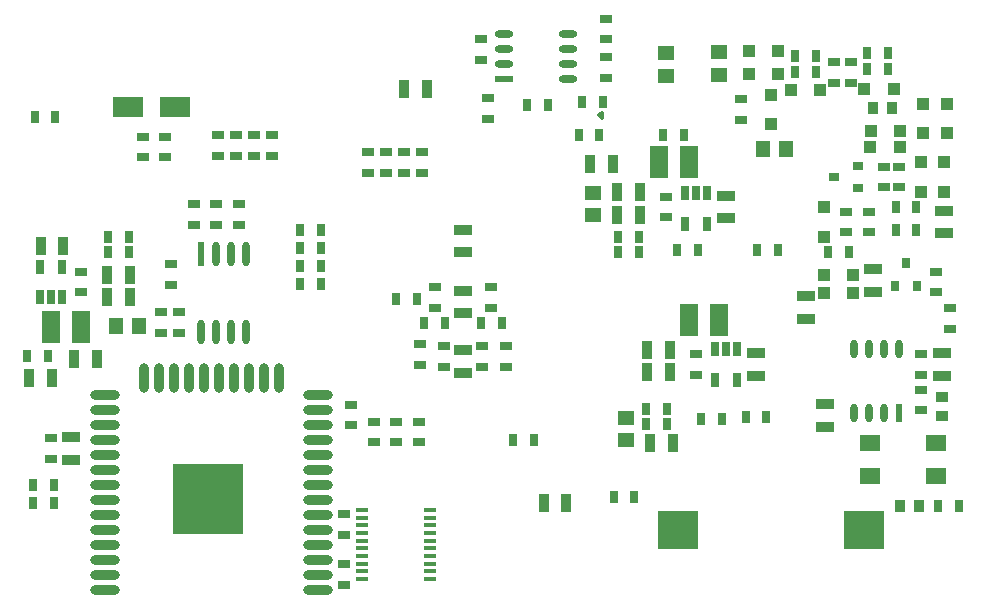
<source format=gbp>
G04 #@! TF.GenerationSoftware,KiCad,Pcbnew,5.0.0-rc2+dfsg1-3*
G04 #@! TF.CreationDate,2018-06-27T20:22:52+02:00*
G04 #@! TF.ProjectId,ulx3s,756C7833732E6B696361645F70636200,rev?*
G04 #@! TF.SameCoordinates,Original*
G04 #@! TF.FileFunction,Paste,Bot*
G04 #@! TF.FilePolarity,Positive*
%FSLAX46Y46*%
G04 Gerber Fmt 4.6, Leading zero omitted, Abs format (unit mm)*
G04 Created by KiCad (PCBNEW 5.0.0-rc2+dfsg1-3) date Wed Jun 27 20:22:52 2018*
%MOMM*%
%LPD*%
G01*
G04 APERTURE LIST*
%ADD10C,0.350000*%
%ADD11R,3.500000X3.300000*%
%ADD12R,1.550000X0.600000*%
%ADD13O,1.550000X0.600000*%
%ADD14R,0.600000X2.100000*%
%ADD15O,0.600000X2.100000*%
%ADD16R,0.600000X1.550000*%
%ADD17O,0.600000X1.550000*%
%ADD18R,1.000000X0.400000*%
%ADD19R,0.700000X1.200000*%
%ADD20O,2.500000X0.900000*%
%ADD21O,0.900000X2.500000*%
%ADD22R,6.000000X6.000000*%
%ADD23R,1.800000X1.400000*%
%ADD24R,0.970000X1.500000*%
%ADD25R,0.670000X1.000000*%
%ADD26R,1.500000X0.970000*%
%ADD27R,1.000000X0.670000*%
%ADD28R,1.000000X1.000000*%
%ADD29R,1.500000X2.700000*%
%ADD30R,1.295000X1.400000*%
%ADD31R,1.400000X1.295000*%
%ADD32R,2.500000X1.800000*%
%ADD33R,0.800000X0.900000*%
%ADD34R,0.900000X0.800000*%
%ADD35R,0.820000X1.000000*%
%ADD36R,1.000000X0.820000*%
G04 APERTURE END LIST*
D10*
G04 #@! TO.C,GPDI1*
X150296000Y-71062000D02*
X150046000Y-70812000D01*
X150046000Y-70812000D02*
X150296000Y-70562000D01*
X150296000Y-70562000D02*
X150296000Y-71062000D01*
G04 #@! TD*
D11*
G04 #@! TO.C,BAT1*
X172485000Y-105870000D03*
X156685000Y-105870000D03*
G04 #@! TD*
D12*
G04 #@! TO.C,U11*
X141980000Y-67706500D03*
D13*
X141980000Y-66436500D03*
X141980000Y-65166500D03*
X141980000Y-63896500D03*
X147380000Y-63896500D03*
X147380000Y-65166500D03*
X147380000Y-66436500D03*
X147380000Y-67706500D03*
G04 #@! TD*
D14*
G04 #@! TO.C,U10*
X116340000Y-82520000D03*
D15*
X117610000Y-82520000D03*
X118880000Y-82520000D03*
X120150000Y-82520000D03*
X120150000Y-89124000D03*
X118880000Y-89124000D03*
X117610000Y-89124000D03*
X116340000Y-89124000D03*
G04 #@! TD*
D16*
G04 #@! TO.C,U7*
X175395000Y-96015000D03*
D17*
X174125000Y-96015000D03*
X172855000Y-96015000D03*
X171585000Y-96015000D03*
X171585000Y-90615000D03*
X172855000Y-90615000D03*
X174125000Y-90615000D03*
X175395000Y-90615000D03*
G04 #@! TD*
D18*
G04 #@! TO.C,U6*
X129935000Y-104215000D03*
X129935000Y-104865000D03*
X129935000Y-105515000D03*
X129935000Y-106165000D03*
X129935000Y-106815000D03*
X129935000Y-107465000D03*
X129935000Y-108115000D03*
X129935000Y-108765000D03*
X129935000Y-109415000D03*
X129935000Y-110065000D03*
X135735000Y-110065000D03*
X135735000Y-109415000D03*
X135735000Y-108765000D03*
X135735000Y-108115000D03*
X135735000Y-107465000D03*
X135735000Y-106815000D03*
X135735000Y-106165000D03*
X135735000Y-105515000D03*
X135735000Y-104865000D03*
X135735000Y-104215000D03*
G04 #@! TD*
D19*
G04 #@! TO.C,U5*
X157285000Y-77392000D03*
X158235000Y-77392000D03*
X159185000Y-77392000D03*
X159185000Y-79992000D03*
X157285000Y-79992000D03*
G04 #@! TD*
G04 #@! TO.C,U3*
X159825000Y-90600000D03*
X160775000Y-90600000D03*
X161725000Y-90600000D03*
X161725000Y-93200000D03*
X159825000Y-93200000D03*
G04 #@! TD*
G04 #@! TO.C,U4*
X104575000Y-86215000D03*
X103625000Y-86215000D03*
X102675000Y-86215000D03*
X102675000Y-83615000D03*
X104575000Y-83615000D03*
G04 #@! TD*
D20*
G04 #@! TO.C,U9*
X126230000Y-111000000D03*
X126230000Y-109730000D03*
X126230000Y-108460000D03*
X126230000Y-107190000D03*
X126230000Y-105920000D03*
X126230000Y-104650000D03*
X126230000Y-103380000D03*
X126230000Y-102110000D03*
X126230000Y-100840000D03*
X126230000Y-99570000D03*
X126230000Y-98300000D03*
X126230000Y-97030000D03*
X126230000Y-95760000D03*
X126230000Y-94490000D03*
D21*
X122945000Y-93000000D03*
X121675000Y-93000000D03*
X120405000Y-93000000D03*
X119135000Y-93000000D03*
X117865000Y-93000000D03*
X116595000Y-93000000D03*
X115325000Y-93000000D03*
X114055000Y-93000000D03*
X112785000Y-93000000D03*
X111515000Y-93000000D03*
D20*
X108230000Y-94490000D03*
X108230000Y-95760000D03*
X108230000Y-97030000D03*
X108230000Y-98300000D03*
X108230000Y-99570000D03*
X108230000Y-100840000D03*
X108230000Y-102110000D03*
X108230000Y-103380000D03*
X108230000Y-104650000D03*
X108230000Y-105920000D03*
X108230000Y-107190000D03*
X108230000Y-108460000D03*
X108230000Y-109730000D03*
X108230000Y-111000000D03*
D22*
X116930000Y-103300000D03*
G04 #@! TD*
D23*
G04 #@! TO.C,Y2*
X178576000Y-98522000D03*
X172976000Y-98522000D03*
X172976000Y-101322000D03*
X178576000Y-101322000D03*
G04 #@! TD*
D24*
G04 #@! TO.C,C47*
X133546000Y-68550000D03*
X135456000Y-68550000D03*
G04 #@! TD*
G04 #@! TO.C,C1*
X102748500Y-81885000D03*
X104658500Y-81885000D03*
G04 #@! TD*
D25*
G04 #@! TO.C,C2*
X153985000Y-96910000D03*
X155735000Y-96910000D03*
G04 #@! TD*
D24*
G04 #@! TO.C,C3*
X156015000Y-90630000D03*
X154105000Y-90630000D03*
G04 #@! TD*
G04 #@! TO.C,C4*
X154105000Y-92535000D03*
X156015000Y-92535000D03*
G04 #@! TD*
D26*
G04 #@! TO.C,C5*
X163315000Y-90945000D03*
X163315000Y-92855000D03*
G04 #@! TD*
D25*
G04 #@! TO.C,C6*
X151645000Y-82375000D03*
X153395000Y-82375000D03*
G04 #@! TD*
D24*
G04 #@! TO.C,C7*
X153475000Y-79200000D03*
X151565000Y-79200000D03*
G04 #@! TD*
G04 #@! TO.C,C8*
X153475000Y-77295000D03*
X151565000Y-77295000D03*
G04 #@! TD*
D26*
G04 #@! TO.C,C9*
X160775000Y-79520000D03*
X160775000Y-77610000D03*
G04 #@! TD*
D25*
G04 #@! TO.C,C10*
X108465000Y-81105000D03*
X110215000Y-81105000D03*
G04 #@! TD*
D24*
G04 #@! TO.C,C11*
X108385000Y-84280000D03*
X110295000Y-84280000D03*
G04 #@! TD*
G04 #@! TO.C,C12*
X110295000Y-86185000D03*
X108385000Y-86185000D03*
G04 #@! TD*
D26*
G04 #@! TO.C,C13*
X173221000Y-83833000D03*
X173221000Y-85743000D03*
G04 #@! TD*
D27*
G04 #@! TO.C,C14*
X175380000Y-76900000D03*
X175380000Y-75150000D03*
G04 #@! TD*
D26*
G04 #@! TO.C,C15*
X105276000Y-99967000D03*
X105276000Y-98057000D03*
G04 #@! TD*
G04 #@! TO.C,C16*
X167506000Y-88029000D03*
X167506000Y-86119000D03*
G04 #@! TD*
G04 #@! TO.C,C17*
X138500000Y-90665000D03*
X138500000Y-92575000D03*
G04 #@! TD*
D27*
G04 #@! TO.C,C18*
X150589600Y-64359000D03*
X150589600Y-62609000D03*
G04 #@! TD*
D26*
G04 #@! TO.C,C19*
X138500000Y-82375000D03*
X138500000Y-80465000D03*
G04 #@! TD*
G04 #@! TO.C,C20*
X138500000Y-87575000D03*
X138500000Y-85665000D03*
G04 #@! TD*
D24*
G04 #@! TO.C,C21*
X103706000Y-93061000D03*
X101796000Y-93061000D03*
G04 #@! TD*
G04 #@! TO.C,C22*
X154359000Y-98504000D03*
X156269000Y-98504000D03*
G04 #@! TD*
G04 #@! TO.C,C23*
X105591000Y-91392000D03*
X107501000Y-91392000D03*
G04 #@! TD*
G04 #@! TO.C,C24*
X151189000Y-74882000D03*
X149279000Y-74882000D03*
G04 #@! TD*
D27*
G04 #@! TO.C,C25*
X140900000Y-87095000D03*
X140900000Y-85345000D03*
G04 #@! TD*
G04 #@! TO.C,C26*
X136100000Y-87095000D03*
X136100000Y-85345000D03*
G04 #@! TD*
G04 #@! TO.C,C27*
X136900000Y-92095000D03*
X136900000Y-90345000D03*
G04 #@! TD*
G04 #@! TO.C,C28*
X140100000Y-90345000D03*
X140100000Y-92095000D03*
G04 #@! TD*
G04 #@! TO.C,C29*
X142100000Y-92095000D03*
X142100000Y-90345000D03*
G04 #@! TD*
G04 #@! TO.C,C30*
X134900000Y-90145000D03*
X134900000Y-91895000D03*
G04 #@! TD*
D25*
G04 #@! TO.C,C31*
X135225000Y-88420000D03*
X136975000Y-88420000D03*
G04 #@! TD*
G04 #@! TO.C,C32*
X140025000Y-88420000D03*
X141775000Y-88420000D03*
G04 #@! TD*
G04 #@! TO.C,C33*
X163425000Y-82220000D03*
X165175000Y-82220000D03*
G04 #@! TD*
G04 #@! TO.C,C34*
X158375000Y-82220000D03*
X156625000Y-82220000D03*
G04 #@! TD*
D27*
G04 #@! TO.C,C35*
X177300000Y-94025000D03*
X177300000Y-95775000D03*
G04 #@! TD*
D24*
G04 #@! TO.C,C46*
X145342000Y-103584000D03*
X147252000Y-103584000D03*
G04 #@! TD*
D25*
G04 #@! TO.C,C48*
X103995000Y-70963000D03*
X102245000Y-70963000D03*
G04 #@! TD*
G04 #@! TO.C,C49*
X103372000Y-91156000D03*
X101622000Y-91156000D03*
G04 #@! TD*
D27*
G04 #@! TO.C,C50*
X179713000Y-88856000D03*
X179713000Y-87106000D03*
G04 #@! TD*
D25*
G04 #@! TO.C,C51*
X180473000Y-103856000D03*
X178723000Y-103856000D03*
G04 #@! TD*
G04 #@! TO.C,C52*
X158645000Y-96490000D03*
X160395000Y-96490000D03*
G04 #@! TD*
G04 #@! TO.C,C53*
X132827200Y-86330000D03*
X134577200Y-86330000D03*
G04 #@! TD*
D26*
G04 #@! TO.C,C54*
X169172000Y-95281000D03*
X169172000Y-97191000D03*
G04 #@! TD*
G04 #@! TO.C,D11*
X179190000Y-80790000D03*
X179190000Y-78880000D03*
G04 #@! TD*
D28*
G04 #@! TO.C,D10*
X169050000Y-84280000D03*
X171550000Y-84280000D03*
G04 #@! TD*
G04 #@! TO.C,D12*
X169030000Y-78585000D03*
X169030000Y-81085000D03*
G04 #@! TD*
G04 #@! TO.C,D13*
X171550000Y-85804000D03*
X169050000Y-85804000D03*
G04 #@! TD*
G04 #@! TO.C,D14*
X179190000Y-74775000D03*
X179190000Y-77275000D03*
G04 #@! TD*
G04 #@! TO.C,D15*
X177285000Y-77275000D03*
X177285000Y-74775000D03*
G04 #@! TD*
G04 #@! TO.C,D16*
X172987000Y-73503000D03*
X175487000Y-73503000D03*
G04 #@! TD*
G04 #@! TO.C,D17*
X164585000Y-69060000D03*
X164585000Y-71560000D03*
G04 #@! TD*
G04 #@! TO.C,D20*
X168756000Y-68659000D03*
X166256000Y-68659000D03*
G04 #@! TD*
G04 #@! TO.C,D21*
X174979000Y-68550000D03*
X172479000Y-68550000D03*
G04 #@! TD*
G04 #@! TO.C,D23*
X165200000Y-67262000D03*
X162700000Y-67262000D03*
G04 #@! TD*
G04 #@! TO.C,D24*
X162700000Y-65357000D03*
X165200000Y-65357000D03*
G04 #@! TD*
G04 #@! TO.C,D25*
X177412000Y-72322000D03*
X177412000Y-69822000D03*
G04 #@! TD*
G04 #@! TO.C,D26*
X179444000Y-69822000D03*
X179444000Y-72322000D03*
G04 #@! TD*
D27*
G04 #@! TO.C,R49*
X113277000Y-74360000D03*
X113277000Y-72610000D03*
G04 #@! TD*
G04 #@! TO.C,R50*
X111372000Y-72610000D03*
X111372000Y-74360000D03*
G04 #@! TD*
D25*
G04 #@! TO.C,R51*
X155455000Y-72487000D03*
X157205000Y-72487000D03*
G04 #@! TD*
D27*
G04 #@! TO.C,R52*
X171331000Y-66278000D03*
X171331000Y-68028000D03*
G04 #@! TD*
G04 #@! TO.C,R53*
X169919000Y-68028000D03*
X169919000Y-66278000D03*
G04 #@! TD*
D25*
G04 #@! TO.C,R54*
X174477000Y-65502000D03*
X172727000Y-65502000D03*
G04 #@! TD*
D27*
G04 #@! TO.C,R56*
X128390000Y-106321000D03*
X128390000Y-104571000D03*
G04 #@! TD*
G04 #@! TO.C,R57*
X117722000Y-72483000D03*
X117722000Y-74233000D03*
G04 #@! TD*
G04 #@! TO.C,R58*
X119246000Y-74233000D03*
X119246000Y-72483000D03*
G04 #@! TD*
G04 #@! TO.C,R59*
X120770000Y-72483000D03*
X120770000Y-74233000D03*
G04 #@! TD*
G04 #@! TO.C,R60*
X122294000Y-74233000D03*
X122294000Y-72483000D03*
G04 #@! TD*
D25*
G04 #@! TO.C,R61*
X145655000Y-69900000D03*
X143905000Y-69900000D03*
G04 #@! TD*
G04 #@! TO.C,R40*
X166631000Y-65738000D03*
X168381000Y-65738000D03*
G04 #@! TD*
D27*
G04 #@! TO.C,R55*
X134740000Y-96740000D03*
X134740000Y-98490000D03*
G04 #@! TD*
D26*
G04 #@! TO.C,C55*
X179078000Y-90963000D03*
X179078000Y-92873000D03*
G04 #@! TD*
D27*
G04 #@! TO.C,R65*
X177300000Y-92793000D03*
X177300000Y-91043000D03*
G04 #@! TD*
D29*
G04 #@! TO.C,L1*
X160140000Y-88090000D03*
X157600000Y-88090000D03*
G04 #@! TD*
G04 #@! TO.C,L2*
X103625000Y-88725000D03*
X106165000Y-88725000D03*
G04 #@! TD*
G04 #@! TO.C,L3*
X155060000Y-74755000D03*
X157600000Y-74755000D03*
G04 #@! TD*
D25*
G04 #@! TO.C,R1*
X171175000Y-82375000D03*
X169425000Y-82375000D03*
G04 #@! TD*
D27*
G04 #@! TO.C,R2*
X172840000Y-78960000D03*
X172840000Y-80710000D03*
G04 #@! TD*
G04 #@! TO.C,R3*
X162045000Y-71185000D03*
X162045000Y-69435000D03*
G04 #@! TD*
D25*
G04 #@! TO.C,R4*
X176890000Y-80470000D03*
X175140000Y-80470000D03*
G04 #@! TD*
D27*
G04 #@! TO.C,R5*
X174110000Y-75150000D03*
X174110000Y-76900000D03*
G04 #@! TD*
G04 #@! TO.C,R6*
X178555000Y-85790000D03*
X178555000Y-84040000D03*
G04 #@! TD*
G04 #@! TO.C,R7*
X113785000Y-85155000D03*
X113785000Y-83405000D03*
G04 #@! TD*
G04 #@! TO.C,R8*
X170935000Y-80710000D03*
X170935000Y-78960000D03*
G04 #@! TD*
G04 #@! TO.C,R9*
X128390000Y-110555000D03*
X128390000Y-108805000D03*
G04 #@! TD*
D25*
G04 #@! TO.C,R10*
X151264000Y-103076000D03*
X153014000Y-103076000D03*
G04 #@! TD*
D27*
G04 #@! TO.C,R11*
X119515000Y-80093000D03*
X119515000Y-78343000D03*
G04 #@! TD*
G04 #@! TO.C,R12*
X114420000Y-89219000D03*
X114420000Y-87469000D03*
G04 #@! TD*
D25*
G04 #@! TO.C,R13*
X175140000Y-78565000D03*
X176890000Y-78565000D03*
G04 #@! TD*
G04 #@! TO.C,R14*
X124721000Y-85060000D03*
X126471000Y-85060000D03*
G04 #@! TD*
G04 #@! TO.C,R15*
X126471000Y-83536000D03*
X124721000Y-83536000D03*
G04 #@! TD*
G04 #@! TO.C,R16*
X124721000Y-82012000D03*
X126471000Y-82012000D03*
G04 #@! TD*
G04 #@! TO.C,R17*
X126471000Y-80470000D03*
X124721000Y-80470000D03*
G04 #@! TD*
D27*
G04 #@! TO.C,R18*
X130422000Y-73898000D03*
X130422000Y-75648000D03*
G04 #@! TD*
G04 #@! TO.C,R19*
X131961000Y-73898000D03*
X131961000Y-75648000D03*
G04 #@! TD*
G04 #@! TO.C,R20*
X133485000Y-73898000D03*
X133485000Y-75648000D03*
G04 #@! TD*
G04 #@! TO.C,R21*
X135009000Y-75648000D03*
X135009000Y-73898000D03*
G04 #@! TD*
G04 #@! TO.C,R22*
X140025500Y-66105000D03*
X140025500Y-64355000D03*
G04 #@! TD*
G04 #@! TO.C,R23*
X140597000Y-71076000D03*
X140597000Y-69326000D03*
G04 #@! TD*
G04 #@! TO.C,R24*
X150615000Y-67647000D03*
X150615000Y-65897000D03*
G04 #@! TD*
D25*
G04 #@! TO.C,R25*
X148300000Y-72487000D03*
X150050000Y-72487000D03*
G04 #@! TD*
G04 #@! TO.C,R26*
X150362000Y-69693000D03*
X148612000Y-69693000D03*
G04 #@! TD*
D27*
G04 #@! TO.C,R27*
X129025000Y-95300000D03*
X129025000Y-97050000D03*
G04 #@! TD*
G04 #@! TO.C,R28*
X117595000Y-78343000D03*
X117595000Y-80093000D03*
G04 #@! TD*
G04 #@! TO.C,R29*
X112896000Y-89219000D03*
X112896000Y-87469000D03*
G04 #@! TD*
G04 #@! TO.C,R30*
X115690000Y-78343000D03*
X115690000Y-80093000D03*
G04 #@! TD*
D25*
G04 #@! TO.C,R31*
X142755000Y-98250000D03*
X144505000Y-98250000D03*
G04 #@! TD*
D27*
G04 #@! TO.C,R32*
X132835000Y-98490000D03*
X132835000Y-96740000D03*
G04 #@! TD*
G04 #@! TO.C,R33*
X130930000Y-96740000D03*
X130930000Y-98490000D03*
G04 #@! TD*
D25*
G04 #@! TO.C,R34*
X102115000Y-103600000D03*
X103865000Y-103600000D03*
G04 #@! TD*
G04 #@! TO.C,R35*
X102115000Y-102060000D03*
X103865000Y-102060000D03*
G04 #@! TD*
D27*
G04 #@! TO.C,R38*
X103576500Y-99905000D03*
X103576500Y-98155000D03*
G04 #@! TD*
D25*
G04 #@! TO.C,R39*
X164190000Y-96345000D03*
X162440000Y-96345000D03*
G04 #@! TD*
G04 #@! TO.C,R63*
X168381000Y-67135000D03*
X166631000Y-67135000D03*
G04 #@! TD*
G04 #@! TO.C,R64*
X174475000Y-66899000D03*
X172725000Y-66899000D03*
G04 #@! TD*
G04 #@! TO.C,RA1*
X153985000Y-95640000D03*
X155735000Y-95640000D03*
G04 #@! TD*
G04 #@! TO.C,RA2*
X110215000Y-82375000D03*
X108465000Y-82375000D03*
G04 #@! TD*
G04 #@! TO.C,RA3*
X151645000Y-81105000D03*
X153395000Y-81105000D03*
G04 #@! TD*
D27*
G04 #@! TO.C,RB1*
X158235000Y-92775000D03*
X158235000Y-91025000D03*
G04 #@! TD*
G04 #@! TO.C,RB2*
X106165000Y-85790000D03*
X106165000Y-84040000D03*
G04 #@! TD*
G04 #@! TO.C,RB3*
X155695000Y-79440000D03*
X155695000Y-77690000D03*
G04 #@! TD*
D30*
G04 #@! TO.C,RD9*
X165821500Y-73630000D03*
X163886500Y-73630000D03*
G04 #@! TD*
D31*
G04 #@! TO.C,RD51*
X155710000Y-65550500D03*
X155710000Y-67485500D03*
G04 #@! TD*
G04 #@! TO.C,RD52*
X160155000Y-67358500D03*
X160155000Y-65423500D03*
G04 #@! TD*
G04 #@! TO.C,RP1*
X152281000Y-96393500D03*
X152281000Y-98328500D03*
G04 #@! TD*
D30*
G04 #@! TO.C,RP2*
X111069500Y-88598000D03*
X109134500Y-88598000D03*
G04 #@! TD*
D31*
G04 #@! TO.C,RP3*
X149472000Y-77343500D03*
X149472000Y-79278500D03*
G04 #@! TD*
D32*
G04 #@! TO.C,D8*
X110149000Y-70074000D03*
X114149000Y-70074000D03*
G04 #@! TD*
D33*
G04 #@! TO.C,Q1*
X176015000Y-83280000D03*
X175065000Y-85280000D03*
X176965000Y-85280000D03*
G04 #@! TD*
D34*
G04 #@! TO.C,Q2*
X171935000Y-75075000D03*
X171935000Y-76975000D03*
X169935000Y-76025000D03*
G04 #@! TD*
D28*
G04 #@! TO.C,D27*
X175502000Y-72106000D03*
X173002000Y-72106000D03*
G04 #@! TD*
D35*
G04 #@! TO.C,R66*
X173198000Y-70201000D03*
X174798000Y-70201000D03*
G04 #@! TD*
D36*
G04 #@! TO.C,C56*
X179078000Y-96274000D03*
X179078000Y-94674000D03*
G04 #@! TD*
D35*
G04 #@! TO.C,C57*
X177084000Y-103856000D03*
X175484000Y-103856000D03*
G04 #@! TD*
M02*

</source>
